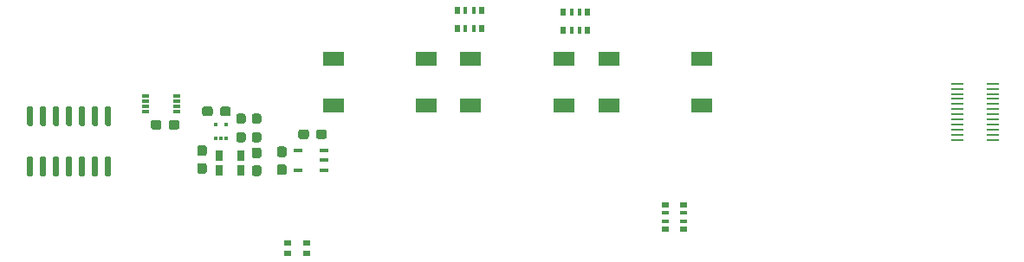
<source format=gtp>
G04 #@! TF.GenerationSoftware,KiCad,Pcbnew,(5.1.7)-1*
G04 #@! TF.CreationDate,2021-11-01T12:52:46-05:00*
G04 #@! TF.ProjectId,PIC-nixie,5049432d-6e69-4786-9965-2e6b69636164,rev?*
G04 #@! TF.SameCoordinates,Original*
G04 #@! TF.FileFunction,Paste,Top*
G04 #@! TF.FilePolarity,Positive*
%FSLAX46Y46*%
G04 Gerber Fmt 4.6, Leading zero omitted, Abs format (unit mm)*
G04 Created by KiCad (PCBNEW (5.1.7)-1) date 2021-11-01 12:52:46*
%MOMM*%
%LPD*%
G01*
G04 APERTURE LIST*
%ADD10R,1.300000X0.270000*%
%ADD11R,0.927100X0.431800*%
%ADD12R,0.800000X0.300000*%
%ADD13R,0.300000X0.450000*%
%ADD14R,0.800000X1.000000*%
%ADD15R,0.500000X0.800000*%
%ADD16R,0.400000X0.800000*%
%ADD17R,2.100000X1.400000*%
%ADD18R,0.800000X0.500000*%
%ADD19R,0.800000X0.400000*%
G04 APERTURE END LIST*
D10*
X202625000Y-87850000D03*
X202625000Y-87350000D03*
X202625000Y-86850000D03*
X202625000Y-85850000D03*
X202625000Y-86350000D03*
X202625000Y-85350000D03*
X202625000Y-84850000D03*
X202625000Y-84350000D03*
X202625000Y-83850000D03*
X202625000Y-83350000D03*
X202625000Y-82850000D03*
X202625000Y-82350000D03*
X206125000Y-85350000D03*
X206125000Y-85850000D03*
X206125000Y-86350000D03*
X206125000Y-86850000D03*
X206125000Y-87350000D03*
X206125000Y-87850000D03*
X206125000Y-82350000D03*
X206125000Y-82850000D03*
X206125000Y-83350000D03*
X206125000Y-83850000D03*
X206125000Y-84350000D03*
X206125000Y-84850000D03*
D11*
X140789050Y-90800001D03*
X140789050Y-89850000D03*
X140789050Y-88899999D03*
X138210950Y-88899999D03*
X138210950Y-90800001D03*
D12*
X126375000Y-83595000D03*
X126375000Y-84095000D03*
X126375000Y-84595000D03*
X126375000Y-85095000D03*
X123275000Y-85095000D03*
X123275000Y-84595000D03*
X123275000Y-84095000D03*
X123275000Y-83595000D03*
D13*
X130200000Y-87721000D03*
X131200000Y-87721000D03*
X130200000Y-86321000D03*
X130700000Y-87721000D03*
X131200000Y-86321000D03*
D14*
X132615000Y-90839000D03*
X130515000Y-90839000D03*
X130515000Y-89439000D03*
X132615000Y-89439000D03*
G36*
G01*
X132868500Y-86261500D02*
X132393500Y-86261500D01*
G75*
G02*
X132156000Y-86024000I0J237500D01*
G01*
X132156000Y-85524000D01*
G75*
G02*
X132393500Y-85286500I237500J0D01*
G01*
X132868500Y-85286500D01*
G75*
G02*
X133106000Y-85524000I0J-237500D01*
G01*
X133106000Y-86024000D01*
G75*
G02*
X132868500Y-86261500I-237500J0D01*
G01*
G37*
G36*
G01*
X132868500Y-88086500D02*
X132393500Y-88086500D01*
G75*
G02*
X132156000Y-87849000I0J237500D01*
G01*
X132156000Y-87349000D01*
G75*
G02*
X132393500Y-87111500I237500J0D01*
G01*
X132868500Y-87111500D01*
G75*
G02*
X133106000Y-87349000I0J-237500D01*
G01*
X133106000Y-87849000D01*
G75*
G02*
X132868500Y-88086500I-237500J0D01*
G01*
G37*
G36*
G01*
X134392500Y-86261500D02*
X133917500Y-86261500D01*
G75*
G02*
X133680000Y-86024000I0J237500D01*
G01*
X133680000Y-85524000D01*
G75*
G02*
X133917500Y-85286500I237500J0D01*
G01*
X134392500Y-85286500D01*
G75*
G02*
X134630000Y-85524000I0J-237500D01*
G01*
X134630000Y-86024000D01*
G75*
G02*
X134392500Y-86261500I-237500J0D01*
G01*
G37*
G36*
G01*
X134392500Y-88086500D02*
X133917500Y-88086500D01*
G75*
G02*
X133680000Y-87849000I0J237500D01*
G01*
X133680000Y-87349000D01*
G75*
G02*
X133917500Y-87111500I237500J0D01*
G01*
X134392500Y-87111500D01*
G75*
G02*
X134630000Y-87349000I0J-237500D01*
G01*
X134630000Y-87849000D01*
G75*
G02*
X134392500Y-88086500I-237500J0D01*
G01*
G37*
G36*
G01*
X126618000Y-86143500D02*
X126618000Y-86618500D01*
G75*
G02*
X126380500Y-86856000I-237500J0D01*
G01*
X125805500Y-86856000D01*
G75*
G02*
X125568000Y-86618500I0J237500D01*
G01*
X125568000Y-86143500D01*
G75*
G02*
X125805500Y-85906000I237500J0D01*
G01*
X126380500Y-85906000D01*
G75*
G02*
X126618000Y-86143500I0J-237500D01*
G01*
G37*
G36*
G01*
X124868000Y-86143500D02*
X124868000Y-86618500D01*
G75*
G02*
X124630500Y-86856000I-237500J0D01*
G01*
X124055500Y-86856000D01*
G75*
G02*
X123818000Y-86618500I0J237500D01*
G01*
X123818000Y-86143500D01*
G75*
G02*
X124055500Y-85906000I237500J0D01*
G01*
X124630500Y-85906000D01*
G75*
G02*
X124868000Y-86143500I0J-237500D01*
G01*
G37*
G36*
G01*
X134392500Y-89648000D02*
X133917500Y-89648000D01*
G75*
G02*
X133680000Y-89410500I0J237500D01*
G01*
X133680000Y-88835500D01*
G75*
G02*
X133917500Y-88598000I237500J0D01*
G01*
X134392500Y-88598000D01*
G75*
G02*
X134630000Y-88835500I0J-237500D01*
G01*
X134630000Y-89410500D01*
G75*
G02*
X134392500Y-89648000I-237500J0D01*
G01*
G37*
G36*
G01*
X134392500Y-91398000D02*
X133917500Y-91398000D01*
G75*
G02*
X133680000Y-91160500I0J237500D01*
G01*
X133680000Y-90585500D01*
G75*
G02*
X133917500Y-90348000I237500J0D01*
G01*
X134392500Y-90348000D01*
G75*
G02*
X134630000Y-90585500I0J-237500D01*
G01*
X134630000Y-91160500D01*
G75*
G02*
X134392500Y-91398000I-237500J0D01*
G01*
G37*
G36*
G01*
X130582000Y-85296500D02*
X130582000Y-84821500D01*
G75*
G02*
X130819500Y-84584000I237500J0D01*
G01*
X131394500Y-84584000D01*
G75*
G02*
X131632000Y-84821500I0J-237500D01*
G01*
X131632000Y-85296500D01*
G75*
G02*
X131394500Y-85534000I-237500J0D01*
G01*
X130819500Y-85534000D01*
G75*
G02*
X130582000Y-85296500I0J237500D01*
G01*
G37*
G36*
G01*
X128832000Y-85296500D02*
X128832000Y-84821500D01*
G75*
G02*
X129069500Y-84584000I237500J0D01*
G01*
X129644500Y-84584000D01*
G75*
G02*
X129882000Y-84821500I0J-237500D01*
G01*
X129882000Y-85296500D01*
G75*
G02*
X129644500Y-85534000I-237500J0D01*
G01*
X129069500Y-85534000D01*
G75*
G02*
X128832000Y-85296500I0J237500D01*
G01*
G37*
G36*
G01*
X129058500Y-89422000D02*
X128583500Y-89422000D01*
G75*
G02*
X128346000Y-89184500I0J237500D01*
G01*
X128346000Y-88609500D01*
G75*
G02*
X128583500Y-88372000I237500J0D01*
G01*
X129058500Y-88372000D01*
G75*
G02*
X129296000Y-88609500I0J-237500D01*
G01*
X129296000Y-89184500D01*
G75*
G02*
X129058500Y-89422000I-237500J0D01*
G01*
G37*
G36*
G01*
X129058500Y-91172000D02*
X128583500Y-91172000D01*
G75*
G02*
X128346000Y-90934500I0J237500D01*
G01*
X128346000Y-90359500D01*
G75*
G02*
X128583500Y-90122000I237500J0D01*
G01*
X129058500Y-90122000D01*
G75*
G02*
X129296000Y-90359500I0J-237500D01*
G01*
X129296000Y-90934500D01*
G75*
G02*
X129058500Y-91172000I-237500J0D01*
G01*
G37*
D15*
X164122000Y-75322000D03*
D16*
X164922000Y-75322000D03*
D15*
X166522000Y-75322000D03*
D16*
X165722000Y-75322000D03*
D15*
X164122000Y-77122000D03*
D16*
X165722000Y-77122000D03*
X164922000Y-77122000D03*
D15*
X166522000Y-77122000D03*
G36*
G01*
X119485000Y-84538000D02*
X119785000Y-84538000D01*
G75*
G02*
X119935000Y-84688000I0J-150000D01*
G01*
X119935000Y-86338000D01*
G75*
G02*
X119785000Y-86488000I-150000J0D01*
G01*
X119485000Y-86488000D01*
G75*
G02*
X119335000Y-86338000I0J150000D01*
G01*
X119335000Y-84688000D01*
G75*
G02*
X119485000Y-84538000I150000J0D01*
G01*
G37*
G36*
G01*
X118215000Y-84538000D02*
X118515000Y-84538000D01*
G75*
G02*
X118665000Y-84688000I0J-150000D01*
G01*
X118665000Y-86338000D01*
G75*
G02*
X118515000Y-86488000I-150000J0D01*
G01*
X118215000Y-86488000D01*
G75*
G02*
X118065000Y-86338000I0J150000D01*
G01*
X118065000Y-84688000D01*
G75*
G02*
X118215000Y-84538000I150000J0D01*
G01*
G37*
G36*
G01*
X116945000Y-84538000D02*
X117245000Y-84538000D01*
G75*
G02*
X117395000Y-84688000I0J-150000D01*
G01*
X117395000Y-86338000D01*
G75*
G02*
X117245000Y-86488000I-150000J0D01*
G01*
X116945000Y-86488000D01*
G75*
G02*
X116795000Y-86338000I0J150000D01*
G01*
X116795000Y-84688000D01*
G75*
G02*
X116945000Y-84538000I150000J0D01*
G01*
G37*
G36*
G01*
X115675000Y-84538000D02*
X115975000Y-84538000D01*
G75*
G02*
X116125000Y-84688000I0J-150000D01*
G01*
X116125000Y-86338000D01*
G75*
G02*
X115975000Y-86488000I-150000J0D01*
G01*
X115675000Y-86488000D01*
G75*
G02*
X115525000Y-86338000I0J150000D01*
G01*
X115525000Y-84688000D01*
G75*
G02*
X115675000Y-84538000I150000J0D01*
G01*
G37*
G36*
G01*
X114405000Y-84538000D02*
X114705000Y-84538000D01*
G75*
G02*
X114855000Y-84688000I0J-150000D01*
G01*
X114855000Y-86338000D01*
G75*
G02*
X114705000Y-86488000I-150000J0D01*
G01*
X114405000Y-86488000D01*
G75*
G02*
X114255000Y-86338000I0J150000D01*
G01*
X114255000Y-84688000D01*
G75*
G02*
X114405000Y-84538000I150000J0D01*
G01*
G37*
G36*
G01*
X113135000Y-84538000D02*
X113435000Y-84538000D01*
G75*
G02*
X113585000Y-84688000I0J-150000D01*
G01*
X113585000Y-86338000D01*
G75*
G02*
X113435000Y-86488000I-150000J0D01*
G01*
X113135000Y-86488000D01*
G75*
G02*
X112985000Y-86338000I0J150000D01*
G01*
X112985000Y-84688000D01*
G75*
G02*
X113135000Y-84538000I150000J0D01*
G01*
G37*
G36*
G01*
X111865000Y-84538000D02*
X112165000Y-84538000D01*
G75*
G02*
X112315000Y-84688000I0J-150000D01*
G01*
X112315000Y-86338000D01*
G75*
G02*
X112165000Y-86488000I-150000J0D01*
G01*
X111865000Y-86488000D01*
G75*
G02*
X111715000Y-86338000I0J150000D01*
G01*
X111715000Y-84688000D01*
G75*
G02*
X111865000Y-84538000I150000J0D01*
G01*
G37*
G36*
G01*
X111865000Y-89488000D02*
X112165000Y-89488000D01*
G75*
G02*
X112315000Y-89638000I0J-150000D01*
G01*
X112315000Y-91288000D01*
G75*
G02*
X112165000Y-91438000I-150000J0D01*
G01*
X111865000Y-91438000D01*
G75*
G02*
X111715000Y-91288000I0J150000D01*
G01*
X111715000Y-89638000D01*
G75*
G02*
X111865000Y-89488000I150000J0D01*
G01*
G37*
G36*
G01*
X113135000Y-89488000D02*
X113435000Y-89488000D01*
G75*
G02*
X113585000Y-89638000I0J-150000D01*
G01*
X113585000Y-91288000D01*
G75*
G02*
X113435000Y-91438000I-150000J0D01*
G01*
X113135000Y-91438000D01*
G75*
G02*
X112985000Y-91288000I0J150000D01*
G01*
X112985000Y-89638000D01*
G75*
G02*
X113135000Y-89488000I150000J0D01*
G01*
G37*
G36*
G01*
X114405000Y-89488000D02*
X114705000Y-89488000D01*
G75*
G02*
X114855000Y-89638000I0J-150000D01*
G01*
X114855000Y-91288000D01*
G75*
G02*
X114705000Y-91438000I-150000J0D01*
G01*
X114405000Y-91438000D01*
G75*
G02*
X114255000Y-91288000I0J150000D01*
G01*
X114255000Y-89638000D01*
G75*
G02*
X114405000Y-89488000I150000J0D01*
G01*
G37*
G36*
G01*
X115675000Y-89488000D02*
X115975000Y-89488000D01*
G75*
G02*
X116125000Y-89638000I0J-150000D01*
G01*
X116125000Y-91288000D01*
G75*
G02*
X115975000Y-91438000I-150000J0D01*
G01*
X115675000Y-91438000D01*
G75*
G02*
X115525000Y-91288000I0J150000D01*
G01*
X115525000Y-89638000D01*
G75*
G02*
X115675000Y-89488000I150000J0D01*
G01*
G37*
G36*
G01*
X116945000Y-89488000D02*
X117245000Y-89488000D01*
G75*
G02*
X117395000Y-89638000I0J-150000D01*
G01*
X117395000Y-91288000D01*
G75*
G02*
X117245000Y-91438000I-150000J0D01*
G01*
X116945000Y-91438000D01*
G75*
G02*
X116795000Y-91288000I0J150000D01*
G01*
X116795000Y-89638000D01*
G75*
G02*
X116945000Y-89488000I150000J0D01*
G01*
G37*
G36*
G01*
X118215000Y-89488000D02*
X118515000Y-89488000D01*
G75*
G02*
X118665000Y-89638000I0J-150000D01*
G01*
X118665000Y-91288000D01*
G75*
G02*
X118515000Y-91438000I-150000J0D01*
G01*
X118215000Y-91438000D01*
G75*
G02*
X118065000Y-91288000I0J150000D01*
G01*
X118065000Y-89638000D01*
G75*
G02*
X118215000Y-89488000I150000J0D01*
G01*
G37*
G36*
G01*
X119485000Y-89488000D02*
X119785000Y-89488000D01*
G75*
G02*
X119935000Y-89638000I0J-150000D01*
G01*
X119935000Y-91288000D01*
G75*
G02*
X119785000Y-91438000I-150000J0D01*
G01*
X119485000Y-91438000D01*
G75*
G02*
X119335000Y-91288000I0J150000D01*
G01*
X119335000Y-89638000D01*
G75*
G02*
X119485000Y-89488000I150000J0D01*
G01*
G37*
D17*
X177676000Y-84452000D03*
X168576000Y-84452000D03*
X177676000Y-79952000D03*
X168576000Y-79952000D03*
X164192000Y-84452000D03*
X155092000Y-84452000D03*
X164192000Y-79952000D03*
X155092000Y-79952000D03*
X150752000Y-84452000D03*
X141652000Y-84452000D03*
X150752000Y-79952000D03*
X141652000Y-79952000D03*
D18*
X174074000Y-94210000D03*
D19*
X174074000Y-95010000D03*
D18*
X174074000Y-96610000D03*
D19*
X174074000Y-95810000D03*
D18*
X175874000Y-94210000D03*
D19*
X175874000Y-95810000D03*
X175874000Y-95010000D03*
D18*
X175874000Y-96610000D03*
X137225000Y-98950000D03*
X137225000Y-97950000D03*
X139025000Y-97950000D03*
X139025000Y-98950000D03*
D15*
X156175000Y-75150000D03*
D16*
X155375000Y-75150000D03*
D15*
X153775000Y-75150000D03*
D16*
X154575000Y-75150000D03*
D15*
X156175000Y-76950000D03*
D16*
X154575000Y-76950000D03*
X155375000Y-76950000D03*
D15*
X153775000Y-76950000D03*
G36*
G01*
X136862500Y-91300000D02*
X136387500Y-91300000D01*
G75*
G02*
X136150000Y-91062500I0J237500D01*
G01*
X136150000Y-90487500D01*
G75*
G02*
X136387500Y-90250000I237500J0D01*
G01*
X136862500Y-90250000D01*
G75*
G02*
X137100000Y-90487500I0J-237500D01*
G01*
X137100000Y-91062500D01*
G75*
G02*
X136862500Y-91300000I-237500J0D01*
G01*
G37*
G36*
G01*
X136862500Y-89550000D02*
X136387500Y-89550000D01*
G75*
G02*
X136150000Y-89312500I0J237500D01*
G01*
X136150000Y-88737500D01*
G75*
G02*
X136387500Y-88500000I237500J0D01*
G01*
X136862500Y-88500000D01*
G75*
G02*
X137100000Y-88737500I0J-237500D01*
G01*
X137100000Y-89312500D01*
G75*
G02*
X136862500Y-89550000I-237500J0D01*
G01*
G37*
G36*
G01*
X141025000Y-87062500D02*
X141025000Y-87537500D01*
G75*
G02*
X140787500Y-87775000I-237500J0D01*
G01*
X140212500Y-87775000D01*
G75*
G02*
X139975000Y-87537500I0J237500D01*
G01*
X139975000Y-87062500D01*
G75*
G02*
X140212500Y-86825000I237500J0D01*
G01*
X140787500Y-86825000D01*
G75*
G02*
X141025000Y-87062500I0J-237500D01*
G01*
G37*
G36*
G01*
X139275000Y-87062500D02*
X139275000Y-87537500D01*
G75*
G02*
X139037500Y-87775000I-237500J0D01*
G01*
X138462500Y-87775000D01*
G75*
G02*
X138225000Y-87537500I0J237500D01*
G01*
X138225000Y-87062500D01*
G75*
G02*
X138462500Y-86825000I237500J0D01*
G01*
X139037500Y-86825000D01*
G75*
G02*
X139275000Y-87062500I0J-237500D01*
G01*
G37*
M02*

</source>
